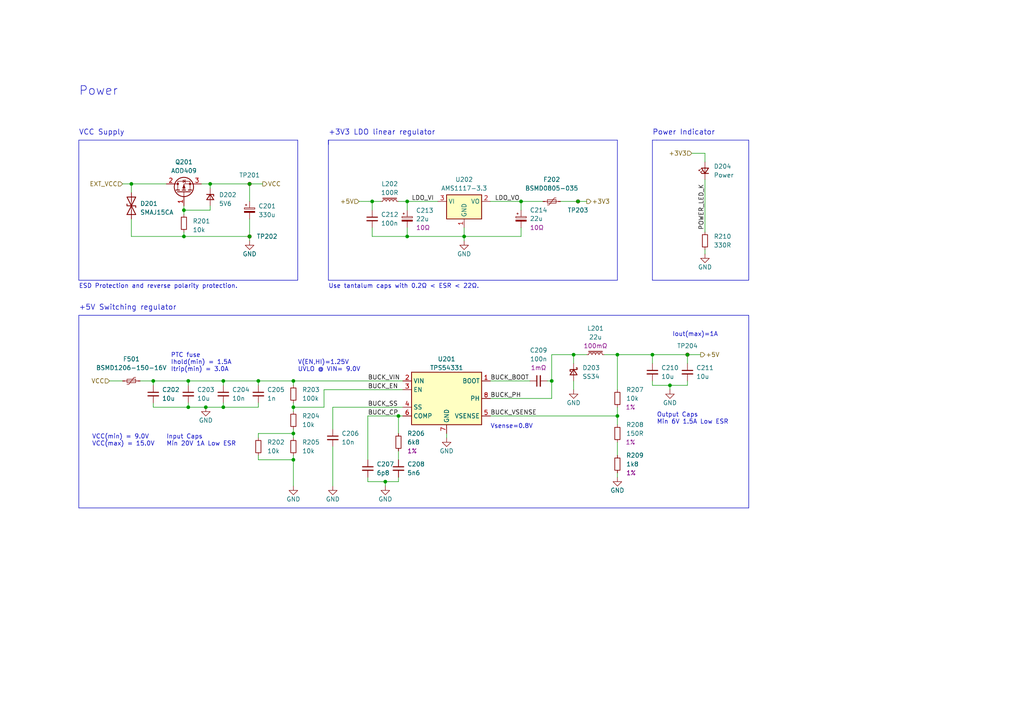
<source format=kicad_sch>
(kicad_sch (version 20230121) (generator eeschema)
  (paper "A4")
  (title_block (title "BD845-PWB SCH") (date "2022-11-27") (rev "1.0.0") (company "BlueDot, Vincenzo Fortunato"))
  (lib_symbols
    (symbol "Connector:TestPoint_Small" (pin_numbers hide) (pin_names (offset 0.762) hide)
      (property "Reference" "TP" (at 0 3.81 0))
      (property "Value" "TestPoint_Small" (at 0 2.032 0))
      (symbol "TestPoint_Small_0_1"
        (circle (center 0 0) (radius 0.508))
      )
      (symbol "TestPoint_Small_1_1"
        (pin passive line (at 0 0 90) (length 0) (name "1") (number "1"))
      )
    )
    (symbol "Device:C_Polarized_Small" (pin_numbers hide) (pin_names (offset 0.254) hide)
      (property "Reference" "C" (at 0.254 1.778 0))
      (property "Value" "C_Polarized_Small" (at 0.254 -2.032 0))
      (symbol "C_Polarized_Small_0_1"
        (rectangle (start -1.524 -0.3048) (end 1.524 -0.6858) (fill (type outline)))
        (rectangle (start -1.524 0.6858) (end 1.524 0.3048))
        (polyline (pts (xy -1.27 1.524) (xy -0.762 1.524)))
        (polyline (pts (xy -1.016 1.27) (xy -1.016 1.778)))
      )
      (symbol "C_Polarized_Small_1_1"
        (pin passive line (at 0 2.54 270) (length 1.8542) (name "~") (number "1"))
        (pin passive line (at 0 -2.54 90) (length 1.8542) (name "~") (number "2"))
      )
    )
    (symbol "Device:C_Small" (pin_numbers hide) (pin_names (offset 0.254) hide)
      (property "Reference" "C" (at 0.254 1.778 0))
      (property "Value" "C_Small" (at 0.254 -2.032 0))
      (symbol "C_Small_0_1"
        (polyline (pts (xy -1.524 -0.508) (xy 1.524 -0.508)) (stroke (width 0.3302)))
        (polyline (pts (xy -1.524 0.508) (xy 1.524 0.508)) (stroke (width 0.3048)))
      )
      (symbol "C_Small_1_1"
        (pin passive line (at 0 2.54 270) (length 2.032) (name "~") (number "1"))
        (pin passive line (at 0 -2.54 90) (length 2.032) (name "~") (number "2"))
      )
    )
    (symbol "Device:D_Schottky_Small" (pin_numbers hide) (pin_names (offset 0.254) hide)
      (property "Reference" "D" (at -1.27 2.032 0))
      (property "Value" "D_Schottky_Small" (at -7.112 -2.032 0))
      (symbol "D_Schottky_Small_0_1"
        (polyline (pts (xy -0.762 0) (xy 0.762 0)))
        (polyline (pts (xy 0.762 -1.016) (xy -0.762 0) (xy 0.762 1.016) (xy 0.762 -1.016)) (stroke (width 0.254)))
        (polyline (pts (xy -1.27 0.762) (xy -1.27 1.016) (xy -0.762 1.016) (xy -0.762 -1.016) (xy -0.254 -1.016) (xy -0.254 -0.762)) (stroke (width 0.254)))
      )
      (symbol "D_Schottky_Small_1_1"
        (pin passive line (at -2.54 0 0) (length 1.778) (name "K") (number "1"))
        (pin passive line (at 2.54 0 180) (length 1.778) (name "A") (number "2"))
      )
    )
    (symbol "Device:D_TVS" (pin_numbers hide) (pin_names (offset 1.016) hide)
      (property "Reference" "D" (at 0 2.54 0))
      (property "Value" "D_TVS" (at 0 -2.54 0))
      (symbol "D_TVS_0_1"
        (polyline (pts (xy 1.27 0) (xy -1.27 0)))
        (polyline (pts (xy 0.508 1.27) (xy 0 1.27) (xy 0 -1.27) (xy -0.508 -1.27)) (stroke (width 0.254)))
        (polyline (pts (xy -2.54 1.27) (xy -2.54 -1.27) (xy 2.54 1.27) (xy 2.54 -1.27) (xy -2.54 1.27)) (stroke (width 0.254)))
      )
      (symbol "D_TVS_1_1"
        (pin passive line (at -3.81 0 0) (length 2.54) (name "A1") (number "1"))
        (pin passive line (at 3.81 0 180) (length 2.54) (name "A2") (number "2"))
      )
    )
    (symbol "Device:D_Zener_Small" (pin_numbers hide) (pin_names (offset 0.254) hide)
      (property "Reference" "D" (at 0 2.286 0))
      (property "Value" "D_Zener_Small" (at 0 -2.286 0))
      (symbol "D_Zener_Small_0_1"
        (polyline (pts (xy 0.762 0) (xy -0.762 0)))
        (polyline (pts (xy -0.254 1.016) (xy -0.762 1.016) (xy -0.762 -1.016)) (stroke (width 0.254)))
        (polyline (pts (xy 0.762 1.016) (xy -0.762 0) (xy 0.762 -1.016) (xy 0.762 1.016)) (stroke (width 0.254)))
      )
      (symbol "D_Zener_Small_1_1"
        (pin passive line (at -2.54 0 0) (length 1.778) (name "K") (number "1"))
        (pin passive line (at 2.54 0 180) (length 1.778) (name "A") (number "2"))
      )
    )
    (symbol "Device:LED_Small" (pin_numbers hide) (pin_names (offset 0.254) hide)
      (property "Reference" "D" (at -1.27 3.175 0))
      (property "Value" "LED_Small" (at -4.445 -2.54 0))
      (symbol "LED_Small_0_1"
        (polyline (pts (xy -0.762 -1.016) (xy -0.762 1.016)) (stroke (width 0.254)))
        (polyline (pts (xy 1.016 0) (xy -0.762 0)))
        (polyline (pts (xy 0.762 -1.016) (xy -0.762 0) (xy 0.762 1.016) (xy 0.762 -1.016)) (stroke (width 0.254)))
        (polyline (pts (xy 0 0.762) (xy -0.508 1.27) (xy -0.254 1.27) (xy -0.508 1.27) (xy -0.508 1.016)))
        (polyline (pts (xy 0.508 1.27) (xy 0 1.778) (xy 0.254 1.778) (xy 0 1.778) (xy 0 1.524)))
      )
      (symbol "LED_Small_1_1"
        (pin passive line (at -2.54 0 0) (length 1.778) (name "K") (number "1"))
        (pin passive line (at 2.54 0 180) (length 1.778) (name "A") (number "2"))
      )
    )
    (symbol "Device:L_Iron_Small" (pin_numbers hide) (pin_names (offset 0.254) hide)
      (property "Reference" "L" (at 1.27 1.016 0))
      (property "Value" "L_Iron_Small" (at 1.27 -1.27 0))
      (symbol "L_Iron_Small_0_1"
        (arc (start 0 -2.032) (mid 0.5058 -1.524) (end 0 -1.016))
        (arc (start 0 -1.016) (mid 0.5058 -0.508) (end 0 0))
        (polyline (pts (xy 0.762 2.032) (xy 0.762 -2.032)))
        (polyline (pts (xy 1.016 -2.032) (xy 1.016 2.032)))
        (arc (start 0 0) (mid 0.5058 0.508) (end 0 1.016))
        (arc (start 0 1.016) (mid 0.5058 1.524) (end 0 2.032))
      )
      (symbol "L_Iron_Small_1_1"
        (pin passive line (at 0 2.54 270) (length 0.508) (name "~") (number "1"))
        (pin passive line (at 0 -2.54 90) (length 0.508) (name "~") (number "2"))
      )
    )
    (symbol "Device:Polyfuse_Small" (pin_numbers hide) (pin_names (offset 0))
      (property "Reference" "F" (at -1.905 0 90))
      (property "Value" "Polyfuse_Small" (at 1.905 0 90))
      (symbol "Polyfuse_Small_0_1"
        (rectangle (start -0.508 1.27) (end 0.508 -1.27))
        (polyline (pts (xy 0 2.54) (xy 0 -2.54)))
        (polyline (pts (xy -1.016 1.27) (xy -1.016 0.762) (xy 1.016 -0.762) (xy 1.016 -1.27)))
      )
      (symbol "Polyfuse_Small_1_1"
        (pin passive line (at 0 2.54 270) (length 0.635) (name "~") (number "1"))
        (pin passive line (at 0 -2.54 90) (length 0.635) (name "~") (number "2"))
      )
    )
    (symbol "Device:R_Small" (pin_numbers hide) (pin_names (offset 0.254) hide)
      (property "Reference" "R" (at 0.762 0.508 0))
      (property "Value" "R_Small" (at 0.762 -1.016 0))
      (symbol "R_Small_0_1"
        (rectangle (start -0.762 1.778) (end 0.762 -1.778) (stroke (width 0.2032)))
      )
      (symbol "R_Small_1_1"
        (pin passive line (at 0 2.54 270) (length 0.762) (name "~") (number "1"))
        (pin passive line (at 0 -2.54 90) (length 0.762) (name "~") (number "2"))
      )
    )
    (symbol "ProjectLibrary:AOD409" (pin_names hide)
      (property "Reference" "Q" (at 5.08 1.905 0))
      (property "Value" "AOD409" (at 5.08 0 0))
      (symbol "AOD409_0_1"
        (polyline (pts (xy 0.254 0) (xy -1.27 0)))
        (polyline (pts (xy 0.254 1.905) (xy 0.254 -1.905)) (stroke (width 0.254)))
        (polyline (pts (xy 0.762 -1.27) (xy 0.762 -2.286)) (stroke (width 0.254)))
        (polyline (pts (xy 0.762 0.508) (xy 0.762 -0.508)) (stroke (width 0.254)))
        (polyline (pts (xy 0.762 2.286) (xy 0.762 1.27)) (stroke (width 0.254)))
        (polyline (pts (xy 2.54 2.54) (xy 2.54 1.778)))
        (polyline (pts (xy 2.54 -2.54) (xy 2.54 0) (xy 0.762 0)))
        (polyline (pts (xy 0.762 1.778) (xy 3.302 1.778) (xy 3.302 -1.778) (xy 0.762 -1.778)))
        (polyline (pts (xy 2.286 0) (xy 1.27 0.381) (xy 1.27 -0.381) (xy 2.286 0)) (fill (type outline)))
        (polyline (pts (xy 2.794 -0.508) (xy 2.921 -0.381) (xy 3.683 -0.381) (xy 3.81 -0.254)))
        (polyline (pts (xy 3.302 -0.381) (xy 2.921 0.254) (xy 3.683 0.254) (xy 3.302 -0.381)))
        (circle (center 1.651 0) (radius 2.794) (stroke (width 0.254)))
        (circle (center 2.54 -1.778) (radius 0.254) (fill (type outline)))
        (circle (center 2.54 1.778) (radius 0.254) (fill (type outline)))
      )
      (symbol "AOD409_1_1"
        (pin input line (at -3.81 0 0) (length 2.54) (name "G") (number "1"))
        (pin passive line (at 2.54 5.08 270) (length 2.54) (name "D") (number "2"))
        (pin passive line (at 2.54 -5.08 90) (length 2.54) (name "S") (number "3"))
      )
    )
    (symbol "ProjectLibrary:TPS54331"
      (property "Reference" "U" (at -8.89 8.89 0))
      (property "Value" "TPS54331" (at 3.81 8.89 0))
      (symbol "TPS54331_1_1"
        (rectangle (start -10.16 7.62) (end 10.16 -7.62) (stroke (width 0.254)) (fill (type background)))
        (pin output line (at 12.7 5.08 180) (length 2.54) (name "BOOT") (number "1"))
        (pin power_in line (at -12.7 5.08 0) (length 2.54) (name "VIN") (number "2"))
        (pin input line (at -12.7 2.54 0) (length 2.54) (name "EN") (number "3"))
        (pin output line (at -12.7 -2.54 0) (length 2.54) (name "SS") (number "4"))
        (pin input line (at 12.7 -5.08 180) (length 2.54) (name "VSENSE") (number "5"))
        (pin output line (at -12.7 -5.08 0) (length 2.54) (name "COMP") (number "6"))
        (pin power_in line (at 0 -10.16 90) (length 2.54) (name "GND") (number "7"))
        (pin output line (at 12.7 0 180) (length 2.54) (name "PH") (number "8"))
      )
    )
    (symbol "Regulator_Linear:AMS1117-3.3"
      (property "Reference" "U" (at -3.81 3.175 0))
      (property "Value" "AMS1117-3.3" (at 0 3.175 0))
      (symbol "AMS1117-3.3_0_1"
        (rectangle (start -5.08 -5.08) (end 5.08 1.905) (stroke (width 0.254)) (fill (type background)))
      )
      (symbol "AMS1117-3.3_1_1"
        (pin power_in line (at 0 -7.62 90) (length 2.54) (name "GND") (number "1"))
        (pin power_out line (at 7.62 0 180) (length 2.54) (name "VO") (number "2"))
        (pin power_in line (at -7.62 0 0) (length 2.54) (name "VI") (number "3"))
      )
    )
    (symbol "power:GND" (power) (pin_names (offset 0))
      (property "Value" "GND" (at 0 -3.81 0))
      (symbol "GND_0_1"
        (polyline (pts (xy 0 0) (xy 0 -1.27) (xy 1.27 -1.27) (xy 0 -2.54) (xy -1.27 -1.27) (xy 0 -1.27)))
      )
      (symbol "GND_1_1"
        (pin power_in line (at 0 0 270) (length 0) hide (name "GND") (number "1"))
      )
    )
  )
  (junction (at 85.09 125.73))
  (junction (at 194.31 111.76))
  (junction (at 115.57 120.65))
  (junction (at 59.69 118.11))
  (junction (at 64.77 118.11))
  (junction (at 38.1 53.34))
  (junction (at 118.11 58.42))
  (junction (at 53.34 68.58))
  (junction (at 166.37 102.87))
  (junction (at 151.13 58.42))
  (junction (at 54.61 118.11))
  (junction (at 134.62 68.58))
  (junction (at 199.39 102.87))
  (junction (at 85.09 110.49))
  (junction (at 53.34 60.96))
  (junction (at 60.96 53.34))
  (junction (at 118.11 68.58))
  (junction (at 160.02 110.49))
  (junction (at 189.23 102.87))
  (junction (at 85.09 133.35))
  (junction (at 107.95 58.42))
  (junction (at 85.09 118.11))
  (junction (at 74.93 110.49))
  (junction (at 167.64 58.42))
  (junction (at 72.39 68.58))
  (junction (at 44.45 110.49))
  (junction (at 72.39 53.34))
  (junction (at 64.77 110.49))
  (junction (at 111.76 139.7))
  (junction (at 179.07 102.87))
  (junction (at 179.07 120.65))
  (junction (at 54.61 110.49))
  (wire (pts (xy 166.37 102.87) (xy 160.02 102.87)))
  (wire (pts (xy 60.96 53.34) (xy 60.96 54.61)))
  (wire (pts (xy 111.76 139.7) (xy 115.57 139.7)))
  (polyline (pts (xy 179.07 81.28) (xy 179.07 40.64)))
  (wire (pts (xy 134.62 68.58) (xy 134.62 69.85)))
  (polyline (pts (xy 22.86 40.64) (xy 86.36 40.64)))
  (polyline (pts (xy 217.17 147.32) (xy 22.86 147.32)))
  (wire (pts (xy 40.64 110.49) (xy 44.45 110.49)))
  (wire (pts (xy 189.23 102.87) (xy 199.39 102.87)))
  (wire (pts (xy 166.37 102.87) (xy 166.37 105.41)))
  (wire (pts (xy 74.93 125.73) (xy 85.09 125.73)))
  (wire (pts (xy 74.93 132.08) (xy 74.93 133.35)))
  (wire (pts (xy 72.39 53.34) (xy 76.2 53.34)))
  (wire (pts (xy 96.52 118.11) (xy 116.84 118.11)))
  (wire (pts (xy 31.75 110.49) (xy 35.56 110.49)))
  (wire (pts (xy 204.47 52.07) (xy 204.47 67.31)))
  (wire (pts (xy 54.61 116.84) (xy 54.61 118.11)))
  (wire (pts (xy 179.07 128.27) (xy 179.07 132.08)))
  (wire (pts (xy 129.54 127) (xy 129.54 125.73)))
  (wire (pts (xy 72.39 69.85) (xy 72.39 68.58)))
  (wire (pts (xy 170.18 102.87) (xy 166.37 102.87)))
  (wire (pts (xy 64.77 110.49) (xy 54.61 110.49)))
  (wire (pts (xy 60.96 53.34) (xy 72.39 53.34)))
  (wire (pts (xy 115.57 58.42) (xy 118.11 58.42)))
  (wire (pts (xy 44.45 116.84) (xy 44.45 118.11)))
  (wire (pts (xy 189.23 105.41) (xy 189.23 102.87)))
  (wire (pts (xy 106.68 120.65) (xy 115.57 120.65)))
  (wire (pts (xy 142.24 120.65) (xy 179.07 120.65)))
  (wire (pts (xy 200.66 44.45) (xy 204.47 44.45)))
  (wire (pts (xy 44.45 118.11) (xy 54.61 118.11)))
  (wire (pts (xy 54.61 110.49) (xy 44.45 110.49)))
  (wire (pts (xy 118.11 66.04) (xy 118.11 68.58)))
  (wire (pts (xy 107.95 66.04) (xy 107.95 68.58)))
  (wire (pts (xy 64.77 118.11) (xy 64.77 116.84)))
  (wire (pts (xy 35.56 53.34) (xy 38.1 53.34)))
  (wire (pts (xy 142.24 115.57) (xy 160.02 115.57)))
  (wire (pts (xy 64.77 110.49) (xy 64.77 111.76)))
  (wire (pts (xy 115.57 130.81) (xy 115.57 133.35)))
  (polyline (pts (xy 35.56 81.28) (xy 86.36 81.28)))
  (wire (pts (xy 134.62 68.58) (xy 151.13 68.58)))
  (wire (pts (xy 106.68 139.7) (xy 111.76 139.7)))
  (polyline (pts (xy 86.36 40.64) (xy 86.36 81.28)))
  (wire (pts (xy 118.11 58.42) (xy 127 58.42)))
  (wire (pts (xy 199.39 111.76) (xy 199.39 110.49)))
  (wire (pts (xy 194.31 111.76) (xy 194.31 113.03)))
  (wire (pts (xy 74.93 118.11) (xy 74.93 116.84)))
  (wire (pts (xy 189.23 111.76) (xy 194.31 111.76)))
  (wire (pts (xy 53.34 60.96) (xy 53.34 62.23)))
  (polyline (pts (xy 22.86 81.28) (xy 22.86 40.64)))
  (wire (pts (xy 204.47 44.45) (xy 204.47 46.99)))
  (wire (pts (xy 93.98 113.03) (xy 116.84 113.03)))
  (polyline (pts (xy 190.5 40.64) (xy 217.17 40.64)))
  (wire (pts (xy 179.07 137.16) (xy 179.07 138.43)))
  (wire (pts (xy 74.93 110.49) (xy 74.93 111.76)))
  (wire (pts (xy 166.37 110.49) (xy 166.37 113.03)))
  (wire (pts (xy 38.1 68.58) (xy 38.1 63.5)))
  (polyline (pts (xy 189.23 40.64) (xy 189.23 81.28)))
  (wire (pts (xy 106.68 138.43) (xy 106.68 139.7)))
  (wire (pts (xy 199.39 102.87) (xy 203.2 102.87)))
  (wire (pts (xy 60.96 60.96) (xy 60.96 59.69)))
  (wire (pts (xy 115.57 120.65) (xy 115.57 125.73)))
  (polyline (pts (xy 217.17 91.44) (xy 217.17 147.32)))
  (wire (pts (xy 194.31 111.76) (xy 199.39 111.76)))
  (wire (pts (xy 53.34 68.58) (xy 72.39 68.58)))
  (wire (pts (xy 53.34 60.96) (xy 60.96 60.96)))
  (wire (pts (xy 85.09 124.46) (xy 85.09 125.73)))
  (wire (pts (xy 96.52 129.54) (xy 96.52 140.97)))
  (wire (pts (xy 85.09 118.11) (xy 85.09 119.38)))
  (wire (pts (xy 189.23 110.49) (xy 189.23 111.76)))
  (wire (pts (xy 151.13 58.42) (xy 157.48 58.42)))
  (polyline (pts (xy 95.25 40.64) (xy 95.25 81.28)))
  (wire (pts (xy 74.93 110.49) (xy 64.77 110.49)))
  (wire (pts (xy 72.39 53.34) (xy 72.39 58.42)))
  (wire (pts (xy 118.11 58.42) (xy 118.11 60.96)))
  (wire (pts (xy 107.95 58.42) (xy 107.95 60.96)))
  (wire (pts (xy 38.1 53.34) (xy 48.26 53.34)))
  (wire (pts (xy 106.68 120.65) (xy 106.68 133.35)))
  (wire (pts (xy 110.49 58.42) (xy 107.95 58.42)))
  (wire (pts (xy 179.07 120.65) (xy 179.07 123.19)))
  (wire (pts (xy 160.02 110.49) (xy 158.75 110.49)))
  (wire (pts (xy 53.34 67.31) (xy 53.34 68.58)))
  (wire (pts (xy 142.24 110.49) (xy 153.67 110.49)))
  (polyline (pts (xy 95.25 81.28) (xy 179.07 81.28)))
  (wire (pts (xy 199.39 105.41) (xy 199.39 102.87)))
  (wire (pts (xy 93.98 113.03) (xy 93.98 118.11)))
  (wire (pts (xy 85.09 110.49) (xy 116.84 110.49)))
  (wire (pts (xy 160.02 115.57) (xy 160.02 110.49)))
  (wire (pts (xy 54.61 118.11) (xy 59.69 118.11)))
  (wire (pts (xy 74.93 133.35) (xy 85.09 133.35)))
  (wire (pts (xy 64.77 118.11) (xy 74.93 118.11)))
  (wire (pts (xy 85.09 116.84) (xy 85.09 118.11)))
  (wire (pts (xy 179.07 118.11) (xy 179.07 120.65)))
  (wire (pts (xy 85.09 111.76) (xy 85.09 110.49)))
  (wire (pts (xy 175.26 102.87) (xy 179.07 102.87)))
  (polyline (pts (xy 189.23 40.64) (xy 190.5 40.64)))
  (wire (pts (xy 118.11 68.58) (xy 134.62 68.58)))
  (wire (pts (xy 151.13 58.42) (xy 151.13 60.96)))
  (wire (pts (xy 107.95 68.58) (xy 118.11 68.58)))
  (polyline (pts (xy 35.56 81.28) (xy 22.86 81.28)))
  (polyline (pts (xy 189.23 81.28) (xy 217.17 81.28)))
  (wire (pts (xy 93.98 118.11) (xy 85.09 118.11)))
  (wire (pts (xy 96.52 118.11) (xy 96.52 124.46)))
  (wire (pts (xy 179.07 102.87) (xy 189.23 102.87)))
  (wire (pts (xy 115.57 138.43) (xy 115.57 139.7)))
  (wire (pts (xy 115.57 120.65) (xy 116.84 120.65)))
  (wire (pts (xy 162.56 58.42) (xy 167.64 58.42)))
  (polyline (pts (xy 22.86 91.44) (xy 22.86 147.32)))
  (wire (pts (xy 151.13 68.58) (xy 151.13 66.04)))
  (wire (pts (xy 85.09 133.35) (xy 85.09 140.97)))
  (wire (pts (xy 58.42 53.34) (xy 60.96 53.34)))
  (wire (pts (xy 104.14 58.42) (xy 107.95 58.42)))
  (wire (pts (xy 53.34 68.58) (xy 38.1 68.58)))
  (wire (pts (xy 160.02 102.87) (xy 160.02 110.49)))
  (wire (pts (xy 44.45 110.49) (xy 44.45 111.76)))
  (wire (pts (xy 74.93 127) (xy 74.93 125.73)))
  (wire (pts (xy 85.09 125.73) (xy 85.09 127)))
  (wire (pts (xy 204.47 73.66) (xy 204.47 72.39)))
  (polyline (pts (xy 217.17 81.28) (xy 217.17 40.64)))
  (wire (pts (xy 85.09 132.08) (xy 85.09 133.35)))
  (wire (pts (xy 111.76 139.7) (xy 111.76 140.97)))
  (polyline (pts (xy 179.07 40.64) (xy 95.25 40.64)))
  (wire (pts (xy 59.69 118.11) (xy 64.77 118.11)))
  (wire (pts (xy 142.24 58.42) (xy 151.13 58.42)))
  (wire (pts (xy 85.09 110.49) (xy 74.93 110.49)))
  (wire (pts (xy 54.61 110.49) (xy 54.61 111.76)))
  (wire (pts (xy 72.39 68.58) (xy 72.39 63.5)))
  (wire (pts (xy 134.62 66.04) (xy 134.62 68.58)))
  (wire (pts (xy 53.34 60.96) (xy 53.34 59.69)))
  (polyline (pts (xy 22.86 91.44) (xy 217.17 91.44)))
  (wire (pts (xy 179.07 113.03) (xy 179.07 102.87)))
  (polyline (pts (xy 95.25 40.64) (xy 95.25 41.91)))
  (wire (pts (xy 167.64 58.42) (xy 170.18 58.42)))
  (wire (pts (xy 38.1 55.88) (xy 38.1 53.34)))
  (text "PTC fuse\nIhold(min) = 1.5A\nItrip(min) = 3.0A\n" (at 49.53 107.95 0) (effects (font (size 1.27 1.27)) (justify left bottom)))
  (text "Power Indicator" (at 189.23 39.37 0) (effects (font (size 1.524 1.524)) (justify left bottom)))
  (text "+3V3 LDO linear regulator" (at 95.25 39.37 0) (effects (font (size 1.524 1.524)) (justify left bottom)))
  (text "Iout(max)=1A" (at 208.28 97.79 0) (effects (font (size 1.27 1.27)) (justify right bottom)))
  (text "VCC(min) = 9.0V\nVCC(max) = 15.0V" (at 26.67 129.54 0) (effects (font (size 1.27 1.27)) (justify left bottom)))
  (text "+5V Switching regulator" (at 22.86 90.17 0) (effects (font (size 1.524 1.524)) (justify left bottom)))
  (text "V(EN,HI)=1.25V\nUVLO @ VIN= 9.0V\n" (at 86.36 107.95 0) (effects (font (size 1.27 1.27)) (justify left bottom)))
  (text "Output Caps \nMin 6V 1.5A Low ESR" (at 190.5 123.19 0) (effects (font (size 1.27 1.27)) (justify left bottom)))
  (text "Vsense=0.8V" (at 142.24 124.46 0) (effects (font (size 1.27 1.27)) (justify left bottom)))
  (text "Use tantalum caps with 0.2Ω < ESR < 22Ω." (at 95.25 83.82 0) (effects (font (size 1.27 1.27)) (justify left bottom)))
  (text "ESD Protection and reverse polarity protection." (at 22.86 83.82 0) (effects (font (size 1.27 1.27)) (justify left bottom)))
  (text "VCC Supply" (at 22.86 39.37 0) (effects (font (size 1.524 1.524)) (justify left bottom)))
  (text "Input Caps \nMin 20V 1A Low ESR\n" (at 48.26 129.54 0) (effects (font (size 1.27 1.27)) (justify left bottom)))
  (text "Power" (at 22.86 27.94 0) (effects (font (size 2.54 2.54)) (justify left bottom)))
  (label "BUCK_PH" (at 142.24 115.57 0))
  (label "POWER_LED_K" (at 204.47 53.34 270))
  (label "LDO_VI" (at 119.38 58.42 0))
  (label "BUCK_SS" (at 106.68 118.11 0))
  (label "BUCK_EN" (at 106.68 113.03 0))
  (label "BUCK_CP" (at 106.68 120.65 0))
  (label "BUCK_BOOT" (at 142.24 110.49 0))
  (label "BUCK_VSENSE" (at 142.24 120.65 0))
  (label "BUCK_VIN" (at 106.68 110.49 0))
  (label "LDO_VO" (at 143.51 58.42 0))
  (hierarchical_label "VCC" (shape output) (at 76.2 53.34 0))
  (hierarchical_label "EXT_VCC" (shape input) (at 35.56 53.34 180))
  (hierarchical_label "+5V" (shape output) (at 203.2 102.87 0))
  (hierarchical_label "+5V" (shape input) (at 104.14 58.42 180))
  (hierarchical_label "VCC" (shape input) (at 31.75 110.49 180))
  (hierarchical_label "+3V3" (shape input) (at 200.66 44.45 180))
  (hierarchical_label "+3V3" (shape output) (at 170.18 58.42 0))
  (symbol (lib_id "Device:R_Small") (at 85.09 121.92 0) (unit 1)
    (property "Reference" "R204" (at 87.63 120.65 0) (effects (justify left)))
    (property "Value" "10k" (at 87.63 123.19 0) (effects (justify left)))
    (property "Footprint" "Resistor_SMD:R_0603_1608Metric" (effects hide))
  )
  (symbol (lib_id "ProjectLibrary:AOD409") (at 53.34 55.88 90) (unit 1)
    (property "Reference" "Q201" (at 53.34 46.99 90))
    (property "Value" "AOD409" (at 53.34 49.53 90))
    (property "Footprint" "Package_TO_SOT_SMD:TO-252-3_TabPin2" (effects hide))
    (property "Datasheet" "https://datasheet.lcsc.com/lcsc/1811091710_Alpha---Omega-Semicon-AOD409_C36220.pdf" (effects hide))
  )
  (symbol (lib_id "Device:D_TVS") (at 38.1 59.69 90) (unit 1)
    (property "Reference" "D201" (at 40.64 59.055 90) (effects (justify right)))
    (property "Value" "SMAJ15CA" (at 40.64 61.595 90) (effects (justify right)))
    (property "Footprint" "Diode_SMD:D_SMA" (effects hide))
  )
  (symbol (lib_id "power:GND") (at 204.47 73.66 0) (unit 1)
    (property "Reference" "#PWR?" (effects hide))
    (property "Value" "GND" (at 204.47 77.47 0))
    (instances (project "bd845-pwb" (path "" (reference "#PWR?") (unit 1)) (path "" (reference "#PWR0128") (unit 1))))
  )
  (symbol (lib_id "Device:R_Small") (at 179.07 115.57 0) (unit 1)
    (property "Reference" "R207" (at 181.61 113.03 0) (effects (justify left)))
    (property "Value" "10k" (at 181.61 115.57 0) (effects (justify left)))
    (property "Footprint" "Resistor_SMD:R_0603_1608Metric" (effects hide))
    (property "Accuracy" "1%" (at 182.88 118.11 0))
  )
  (symbol (lib_id "Device:C_Polarized_Small") (at 118.11 63.5 0) (unit 1)
    (property "Reference" "C213" (at 120.65 61.0489 0) (effects (justify left)))
    (property "Value" "22u" (at 120.65 63.5 0) (effects (justify left)))
    (property "Footprint" "Capacitor_Tantalum_SMD:CP_EIA-3528-15_AVX-H" (effects hide))
    (property "ESR" "10Ω" (at 120.65 66.04 0) (effects (justify left)))
  )
  (symbol (lib_id "Device:C_Small") (at 189.23 107.95 0) (unit 1)
    (property "Reference" "C210" (at 191.77 106.68 0) (effects (justify left)))
    (property "Value" "10u" (at 191.77 109.22 0) (effects (justify left)))
    (property "Footprint" "Capacitor_SMD:C_0603_1608Metric" (effects hide))
  )
  (symbol (lib_id "Device:C_Small") (at 54.61 114.3 0) (unit 1)
    (property "Reference" "C203" (at 57.15 113.03 0) (effects (justify left)))
    (property "Value" "10u" (at 57.15 115.57 0) (effects (justify left)))
    (property "Footprint" "Capacitor_SMD:C_0603_1608Metric" (effects hide))
  )
  (symbol (lib_id "Connector:TestPoint_Small") (at 167.64 58.42 0) (unit 1)
    (property "Reference" "TP203" (at 167.64 60.96 0))
    (property "Value" "TestPoint_Small" (effects hide))
    (property "Footprint" "TestPoint:TestPoint_Pad_D1.0mm" (effects hide))
  )
  (symbol (lib_id "Device:D_Schottky_Small") (at 166.37 107.95 270) (unit 1)
    (property "Reference" "D203" (at 168.91 106.68 90) (effects (justify left)))
    (property "Value" "SS34" (at 168.91 109.22 90) (effects (justify left)))
    (property "Footprint" "Diode_SMD:D_SMA" (effects hide))
  )
  (symbol (lib_id "Device:L_Iron_Small") (at 113.03 58.42 90) (unit 1)
    (property "Reference" "L202" (at 113.03 53.34 90))
    (property "Value" "100R" (at 113.03 55.88 90))
    (property "Footprint" "Resistor_SMD:R_0805_2012Metric" (effects hide))
  )
  (symbol (lib_id "Device:C_Small") (at 64.77 114.3 0) (unit 1)
    (property "Reference" "C204" (at 67.31 113.03 0) (effects (justify left)))
    (property "Value" "10n" (at 67.31 115.57 0) (effects (justify left)))
    (property "Footprint" "Capacitor_SMD:C_0603_1608Metric" (effects hide))
  )
  (symbol (lib_id "power:GND") (at 129.54 127 0) (unit 1)
    (property "Reference" "#PWR0130" (effects hide))
    (property "Value" "GND" (at 129.54 130.81 0))
  )
  (symbol (lib_id "Device:R_Small") (at 115.57 128.27 0) (unit 1)
    (property "Reference" "R206" (at 118.11 125.7237 0) (effects (justify left)))
    (property "Value" "6k8" (at 118.11 128.2637 0) (effects (justify left)))
    (property "Footprint" "Resistor_SMD:R_0603_1608Metric" (effects hide))
    (property "Accuracy" "1%" (at 118.11 130.81 0) (effects (justify left)))
  )
  (symbol (lib_id "power:GND") (at 85.09 140.97 0) (unit 1)
    (property "Reference" "#PWR0123" (effects hide))
    (property "Value" "GND" (at 85.09 144.78 0))
  )
  (symbol (lib_id "Device:C_Small") (at 44.45 114.3 0) (unit 1)
    (property "Reference" "C202" (at 46.99 113.03 0) (effects (justify left)))
    (property "Value" "10u" (at 46.99 115.57 0) (effects (justify left)))
    (property "Footprint" "Capacitor_SMD:C_0603_1608Metric" (effects hide))
  )
  (symbol (lib_id "power:GND") (at 194.31 113.03 0) (unit 1)
    (property "Reference" "#PWR0127" (effects hide))
    (property "Value" "GND" (at 194.31 116.84 0))
  )
  (symbol (lib_id "Regulator_Linear:AMS1117-3.3") (at 134.62 58.42 0) (unit 1)
    (property "Reference" "U202" (at 134.62 52.07 0))
    (property "Value" "AMS1117-3.3" (at 134.62 54.61 0))
    (property "Footprint" "Package_TO_SOT_SMD:SOT-223-3_TabPin2" (effects hide))
    (property "Datasheet" "http://www.advanced-monolithic.com/pdf/ds1117.pdf" (effects hide))
  )
  (symbol (lib_id "ProjectLibrary:TPS54331") (at 129.54 115.57 0) (unit 1)
    (property "Reference" "U201" (at 129.54 104.14 0))
    (property "Value" "TPS54331" (at 129.54 106.68 0))
    (property "Footprint" "Package_SO:SOIC-8_3.9x4.9mm_P1.27mm" (effects hide))
    (property "Datasheet" "https://www.ti.com/lit/ds/symlink/tps54331.pdf" (effects hide))
  )
  (symbol (lib_id "Device:C_Small") (at 115.57 135.89 0) (unit 1)
    (property "Reference" "C208" (at 118.11 134.62 0) (effects (justify left)))
    (property "Value" "5n6" (at 118.11 137.16 0) (effects (justify left)))
    (property "Footprint" "Capacitor_SMD:C_0603_1608Metric" (effects hide))
  )
  (symbol (lib_id "power:GND") (at 96.52 140.97 0) (unit 1)
    (property "Reference" "#PWR0121" (effects hide))
    (property "Value" "GND" (at 96.52 144.78 0))
  )
  (symbol (lib_id "Device:C_Small") (at 96.52 127 0) (unit 1)
    (property "Reference" "C206" (at 99.06 125.73 0) (effects (justify left)))
    (property "Value" "10n" (at 99.06 128.27 0) (effects (justify left)))
    (property "Footprint" "Capacitor_SMD:C_0603_1608Metric" (effects hide))
  )
  (symbol (lib_id "Device:R_Small") (at 179.07 134.62 0) (unit 1)
    (property "Reference" "R209" (at 181.61 132.08 0) (effects (justify left)))
    (property "Value" "1k8" (at 181.61 134.62 0) (effects (justify left)))
    (property "Footprint" "Resistor_SMD:R_0603_1608Metric" (effects hide))
    (property "Accuracy" "1%" (at 181.61 137.16 0) (effects (justify left)))
  )
  (symbol (lib_id "Device:R_Small") (at 53.34 64.77 0) (unit 1)
    (property "Reference" "R201" (at 55.88 64.135 0) (effects (justify left)))
    (property "Value" "10k" (at 55.88 66.675 0) (effects (justify left)))
    (property "Footprint" "Resistor_SMD:R_0603_1608Metric" (effects hide))
  )
  (symbol (lib_id "Device:C_Polarized_Small") (at 151.13 63.5 0) (unit 1)
    (property "Reference" "C214" (at 153.67 60.96 0) (effects (justify left)))
    (property "Value" "22u" (at 153.67 63.4111 0) (effects (justify left)))
    (property "Footprint" "Capacitor_Tantalum_SMD:CP_EIA-3528-15_AVX-H" (effects hide))
    (property "ESR" "10Ω" (at 153.67 66.04 0) (effects (justify left)))
  )
  (symbol (lib_id "Device:Polyfuse_Small") (at 160.02 58.42 270) (unit 1)
    (property "Reference" "F202" (at 160.02 52.07 90))
    (property "Value" "BSMD0805-035" (at 160.02 54.61 90))
    (property "Footprint" "Fuse:Fuse_0805_2012Metric" (effects hide))
  )
  (symbol (lib_id "Device:D_Zener_Small") (at 60.96 57.15 270) (unit 1)
    (property "Reference" "D202" (at 63.5 56.515 90) (effects (justify left)))
    (property "Value" "5V6" (at 63.5 59.055 90) (effects (justify left)))
    (property "Footprint" "Diode_SMD:D_MiniMELF" (effects hide))
  )
  (symbol (lib_id "power:GND") (at 72.39 69.85 0) (unit 1)
    (property "Reference" "#PWR0120" (effects hide))
    (property "Value" "GND" (at 72.39 73.66 0))
  )
  (symbol (lib_id "Device:R_Small") (at 179.07 125.73 0) (unit 1)
    (property "Reference" "R208" (at 181.61 123.19 0) (effects (justify left)))
    (property "Value" "150R" (at 181.61 125.73 0) (effects (justify left)))
    (property "Footprint" "Resistor_SMD:R_0603_1608Metric" (effects hide))
    (property "Accuracy" "1%" (at 182.88 128.27 0))
  )
  (symbol (lib_id "power:GND") (at 134.62 69.85 0) (unit 1)
    (property "Reference" "#PWR?" (effects hide))
    (property "Value" "GND" (at 134.62 73.66 0))
    (instances (project "bd845-pwb" (path "" (reference "#PWR?") (unit 1)) (path "" (reference "#PWR0129") (unit 1))))
  )
  (symbol (lib_id "power:GND") (at 59.69 118.11 0) (unit 1)
    (property "Reference" "#PWR0125" (effects hide))
    (property "Value" "GND" (at 59.69 121.92 0))
  )
  (symbol (lib_id "Device:R_Small") (at 85.09 114.3 0) (unit 1)
    (property "Reference" "R203" (at 87.63 113.03 0) (effects (justify left)))
    (property "Value" "100k" (at 87.63 115.57 0) (effects (justify left)))
    (property "Footprint" "Resistor_SMD:R_0603_1608Metric" (effects hide))
  )
  (symbol (lib_id "Device:R_Small") (at 204.47 69.85 180) (unit 1)
    (property "Reference" "R210" (at 207.01 68.58 0) (effects (justify right)))
    (property "Value" "330R" (at 207.01 71.12 0) (effects (justify right)))
    (property "Footprint" "Resistor_SMD:R_0603_1608Metric" (effects hide))
  )
  (symbol (lib_id "Device:L_Iron_Small") (at 172.72 102.87 90) (unit 1)
    (property "Reference" "L201" (at 172.72 95.25 90))
    (property "Value" "22u" (at 172.72 97.79 90))
    (property "Footprint" "Inductor_SMD:L_Taiyo-Yuden_NR-50xx" (effects hide))
    (property "ESR" "100mΩ" (at 172.72 100.33 90))
  )
  (symbol (lib_id "Device:C_Small") (at 107.95 63.5 0) (unit 1)
    (property "Reference" "C212" (at 110.49 62.23 0) (effects (justify left)))
    (property "Value" "100n" (at 110.49 64.77 0) (effects (justify left)))
    (property "Footprint" "Capacitor_SMD:C_0603_1608Metric" (effects hide))
  )
  (symbol (lib_id "Device:LED_Small") (at 204.47 49.53 90) (unit 1)
    (property "Reference" "D204" (at 207.01 48.26 90) (effects (justify right)))
    (property "Value" "Power" (at 207.01 50.8 90) (effects (justify right)))
    (property "Footprint" "LED_SMD:LED_0805_2012Metric" (effects hide))
  )
  (symbol (lib_id "Device:R_Small") (at 74.93 129.54 0) (unit 1)
    (property "Reference" "R202" (at 77.47 128.27 0) (effects (justify left)))
    (property "Value" "10k" (at 77.47 130.81 0) (effects (justify left)))
    (property "Footprint" "Resistor_SMD:R_0603_1608Metric" (effects hide))
  )
  (symbol (lib_id "Device:C_Small") (at 74.93 114.3 0) (unit 1)
    (property "Reference" "C205" (at 77.47 113.03 0) (effects (justify left)))
    (property "Value" "1n" (at 77.47 115.57 0) (effects (justify left)))
    (property "Footprint" "Capacitor_SMD:C_0603_1608Metric" (effects hide))
  )
  (symbol (lib_id "Device:Polyfuse_Small") (at 38.1 110.49 90) (unit 1)
    (property "Reference" "F501" (at 38.1 104.14 90))
    (property "Value" "BSMD1206-150-16V" (at 38.1 106.68 90))
    (property "Footprint" "Fuse:Fuse_1206_3216Metric_Pad1.42x1.75mm_HandSolder" (effects hide))
    (instances (project "bd845-pwb" (path "" (reference "F501") (unit 1)) (path "" (reference "F601") (unit 1)) (path "" (reference "F701") (unit 1)) (path "" (reference "F801") (unit 1)) (path "" (reference "F901") (unit 1)) (path "" (reference "F201") (unit 1))))
  )
  (symbol (lib_id "Device:C_Small") (at 199.39 107.95 0) (unit 1)
    (property "Reference" "C211" (at 201.93 106.68 0) (effects (justify left)))
    (property "Value" "10u" (at 201.93 109.22 0) (effects (justify left)))
    (property "Footprint" "Capacitor_SMD:C_0603_1608Metric" (effects hide))
  )
  (symbol (lib_id "power:GND") (at 179.07 138.43 0) (unit 1)
    (property "Reference" "#PWR0124" (effects hide))
    (property "Value" "GND" (at 179.07 142.24 0))
  )
  (symbol (lib_id "Device:C_Small") (at 156.21 110.49 90) (unit 1)
    (property "Reference" "C209" (at 156.21 101.6 90))
    (property "Value" "100n" (at 156.21 104.14 90))
    (property "Footprint" "Capacitor_SMD:C_0603_1608Metric" (effects hide))
    (property "ESR" "1mΩ" (at 156.21 106.68 90))
  )
  (symbol (lib_id "Connector:TestPoint_Small") (at 72.39 53.34 0) (unit 1)
    (property "Reference" "TP201" (at 72.39 50.8 0))
    (property "Value" "TestPoint_Small" (effects hide))
    (property "Footprint" "TestPoint:TestPoint_Pad_D1.0mm" (effects hide))
  )
  (symbol (lib_id "Device:R_Small") (at 85.09 129.54 0) (unit 1)
    (property "Reference" "R205" (at 87.63 128.27 0) (effects (justify left)))
    (property "Value" "10k" (at 87.63 130.81 0) (effects (justify left)))
    (property "Footprint" "Resistor_SMD:R_0603_1608Metric" (effects hide))
  )
  (symbol (lib_id "power:GND") (at 111.76 140.97 0) (unit 1)
    (property "Reference" "#PWR0122" (effects hide))
    (property "Value" "GND" (at 111.76 144.78 0))
  )
  (symbol (lib_id "Connector:TestPoint_Small") (at 199.39 102.87 0) (unit 1)
    (property "Reference" "TP204" (at 199.39 100.33 0))
    (property "Value" "TestPoint_Small" (effects hide))
    (property "Footprint" "TestPoint:TestPoint_Pad_D1.0mm" (effects hide))
  )
  (symbol (lib_id "power:GND") (at 166.37 113.03 0) (unit 1)
    (property "Reference" "#PWR0126" (effects hide))
    (property "Value" "GND" (at 166.37 116.84 0))
  )
  (symbol (lib_id "Device:C_Small") (at 106.68 135.89 0) (unit 1)
    (property "Reference" "C207" (at 109.22 134.62 0) (effects (justify left)))
    (property "Value" "6p8" (at 109.22 137.16 0) (effects (justify left)))
    (property "Footprint" "Capacitor_SMD:C_0603_1608Metric" (effects hide))
  )
  (symbol (lib_id "Connector:TestPoint_Small") (at 72.39 68.58 0) (unit 1)
    (property "Reference" "TP202" (at 77.47 68.58 0))
    (property "Value" "TestPoint_Small" (effects hide))
    (property "Footprint" "TestPoint:TestPoint_Pad_D1.0mm" (effects hide))
  )
  (symbol (lib_id "Device:C_Polarized_Small") (at 72.39 60.96 0) (unit 1)
    (property "Reference" "C201" (at 74.93 59.7789 0) (effects (justify left)))
    (property "Value" "330u" (at 74.93 62.3189 0) (effects (justify left)))
    (property "Footprint" "Capacitor_THT:CP_Radial_D8.0mm_P3.50mm" (effects hide))
  )
)
</source>
